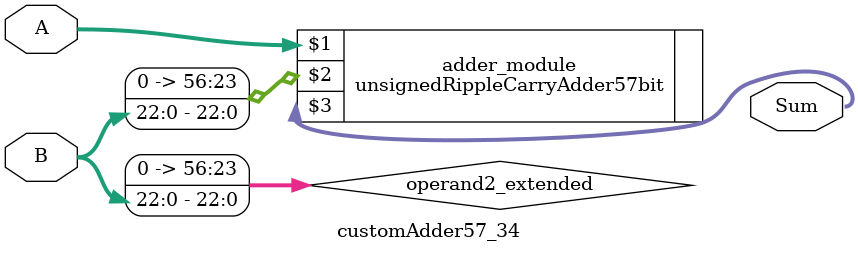
<source format=v>
module customAdder57_34(
                        input [56 : 0] A,
                        input [22 : 0] B,
                        
                        output [57 : 0] Sum
                );

        wire [56 : 0] operand2_extended;
        
        assign operand2_extended =  {34'b0, B};
        
        unsignedRippleCarryAdder57bit adder_module(
            A,
            operand2_extended,
            Sum
        );
        
        endmodule
        
</source>
